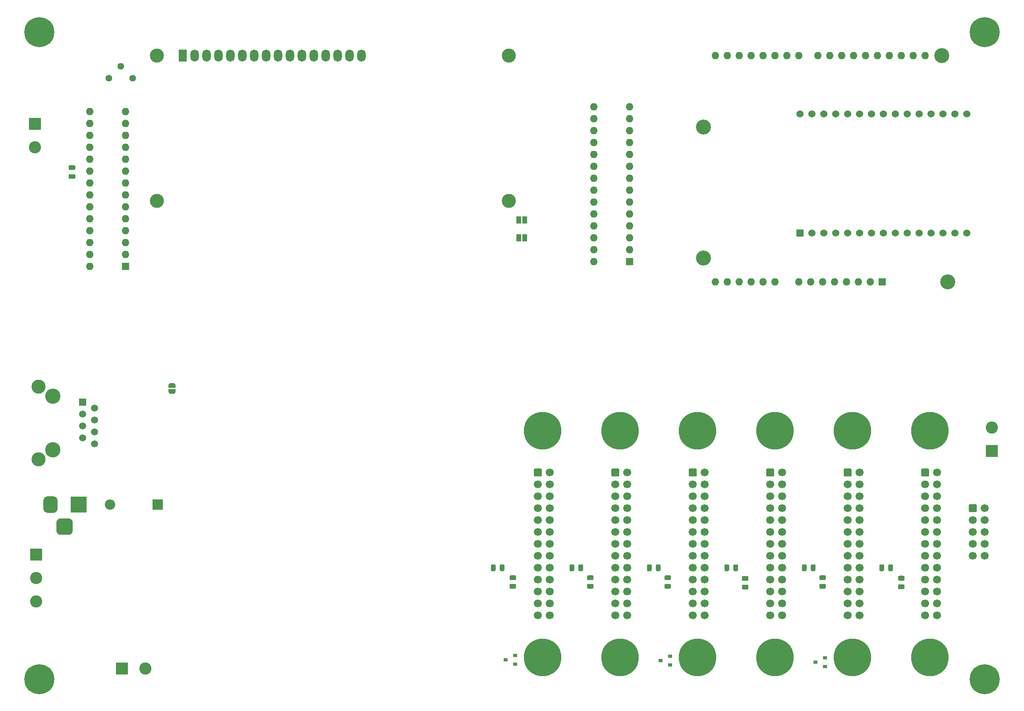
<source format=gbr>
%TF.GenerationSoftware,KiCad,Pcbnew,(5.1.8)-1*%
%TF.CreationDate,2020-12-03T12:26:08+04:00*%
%TF.ProjectId,111,3131312e-6b69-4636-9164-5f7063625858,ver 1.0*%
%TF.SameCoordinates,Original*%
%TF.FileFunction,Soldermask,Bot*%
%TF.FilePolarity,Negative*%
%FSLAX46Y46*%
G04 Gerber Fmt 4.6, Leading zero omitted, Abs format (unit mm)*
G04 Created by KiCad (PCBNEW (5.1.8)-1) date 2020-12-03 12:26:08*
%MOMM*%
%LPD*%
G01*
G04 APERTURE LIST*
%ADD10R,1.000000X1.500000*%
%ADD11C,2.600000*%
%ADD12R,2.600000X2.600000*%
%ADD13C,3.200000*%
%ADD14O,1.600000X1.600000*%
%ADD15R,1.600000X1.600000*%
%ADD16C,1.700000*%
%ADD17C,1.524000*%
%ADD18R,1.524000X1.524000*%
%ADD19C,1.440000*%
%ADD20C,0.100000*%
%ADD21C,3.000000*%
%ADD22O,1.800000X2.600000*%
%ADD23R,1.800000X2.600000*%
%ADD24R,0.900000X0.800000*%
%ADD25R,2.200000X2.200000*%
%ADD26O,2.200000X2.200000*%
%ADD27C,6.400000*%
%ADD28R,3.500000X3.500000*%
%ADD29C,3.250000*%
%ADD30C,1.500000*%
%ADD31R,1.500000X1.500000*%
%ADD32C,8.000000*%
G04 APERTURE END LIST*
D10*
%TO.C,JP3*%
X139954000Y-56896000D03*
X138654000Y-56896000D03*
%TD*%
%TO.C,JP2*%
X139984000Y-53086000D03*
X138684000Y-53086000D03*
%TD*%
%TO.C,C14*%
G36*
G01*
X200022000Y-126779000D02*
X200022000Y-127729000D01*
G75*
G02*
X199772000Y-127979000I-250000J0D01*
G01*
X199272000Y-127979000D01*
G75*
G02*
X199022000Y-127729000I0J250000D01*
G01*
X199022000Y-126779000D01*
G75*
G02*
X199272000Y-126529000I250000J0D01*
G01*
X199772000Y-126529000D01*
G75*
G02*
X200022000Y-126779000I0J-250000D01*
G01*
G37*
G36*
G01*
X201922000Y-126779000D02*
X201922000Y-127729000D01*
G75*
G02*
X201672000Y-127979000I-250000J0D01*
G01*
X201172000Y-127979000D01*
G75*
G02*
X200922000Y-127729000I0J250000D01*
G01*
X200922000Y-126779000D01*
G75*
G02*
X201172000Y-126529000I250000J0D01*
G01*
X201672000Y-126529000D01*
G75*
G02*
X201922000Y-126779000I0J-250000D01*
G01*
G37*
%TD*%
%TO.C,C12*%
G36*
G01*
X216532000Y-126779000D02*
X216532000Y-127729000D01*
G75*
G02*
X216282000Y-127979000I-250000J0D01*
G01*
X215782000Y-127979000D01*
G75*
G02*
X215532000Y-127729000I0J250000D01*
G01*
X215532000Y-126779000D01*
G75*
G02*
X215782000Y-126529000I250000J0D01*
G01*
X216282000Y-126529000D01*
G75*
G02*
X216532000Y-126779000I0J-250000D01*
G01*
G37*
G36*
G01*
X218432000Y-126779000D02*
X218432000Y-127729000D01*
G75*
G02*
X218182000Y-127979000I-250000J0D01*
G01*
X217682000Y-127979000D01*
G75*
G02*
X217432000Y-127729000I0J250000D01*
G01*
X217432000Y-126779000D01*
G75*
G02*
X217682000Y-126529000I250000J0D01*
G01*
X218182000Y-126529000D01*
G75*
G02*
X218432000Y-126779000I0J-250000D01*
G01*
G37*
%TD*%
%TO.C,C10*%
G36*
G01*
X183512000Y-126779000D02*
X183512000Y-127729000D01*
G75*
G02*
X183262000Y-127979000I-250000J0D01*
G01*
X182762000Y-127979000D01*
G75*
G02*
X182512000Y-127729000I0J250000D01*
G01*
X182512000Y-126779000D01*
G75*
G02*
X182762000Y-126529000I250000J0D01*
G01*
X183262000Y-126529000D01*
G75*
G02*
X183512000Y-126779000I0J-250000D01*
G01*
G37*
G36*
G01*
X185412000Y-126779000D02*
X185412000Y-127729000D01*
G75*
G02*
X185162000Y-127979000I-250000J0D01*
G01*
X184662000Y-127979000D01*
G75*
G02*
X184412000Y-127729000I0J250000D01*
G01*
X184412000Y-126779000D01*
G75*
G02*
X184662000Y-126529000I250000J0D01*
G01*
X185162000Y-126529000D01*
G75*
G02*
X185412000Y-126779000I0J-250000D01*
G01*
G37*
%TD*%
%TO.C,C8*%
G36*
G01*
X150492000Y-126779000D02*
X150492000Y-127729000D01*
G75*
G02*
X150242000Y-127979000I-250000J0D01*
G01*
X149742000Y-127979000D01*
G75*
G02*
X149492000Y-127729000I0J250000D01*
G01*
X149492000Y-126779000D01*
G75*
G02*
X149742000Y-126529000I250000J0D01*
G01*
X150242000Y-126529000D01*
G75*
G02*
X150492000Y-126779000I0J-250000D01*
G01*
G37*
G36*
G01*
X152392000Y-126779000D02*
X152392000Y-127729000D01*
G75*
G02*
X152142000Y-127979000I-250000J0D01*
G01*
X151642000Y-127979000D01*
G75*
G02*
X151392000Y-127729000I0J250000D01*
G01*
X151392000Y-126779000D01*
G75*
G02*
X151642000Y-126529000I250000J0D01*
G01*
X152142000Y-126529000D01*
G75*
G02*
X152392000Y-126779000I0J-250000D01*
G01*
G37*
%TD*%
%TO.C,C6*%
G36*
G01*
X167002000Y-126779000D02*
X167002000Y-127729000D01*
G75*
G02*
X166752000Y-127979000I-250000J0D01*
G01*
X166252000Y-127979000D01*
G75*
G02*
X166002000Y-127729000I0J250000D01*
G01*
X166002000Y-126779000D01*
G75*
G02*
X166252000Y-126529000I250000J0D01*
G01*
X166752000Y-126529000D01*
G75*
G02*
X167002000Y-126779000I0J-250000D01*
G01*
G37*
G36*
G01*
X168902000Y-126779000D02*
X168902000Y-127729000D01*
G75*
G02*
X168652000Y-127979000I-250000J0D01*
G01*
X168152000Y-127979000D01*
G75*
G02*
X167902000Y-127729000I0J250000D01*
G01*
X167902000Y-126779000D01*
G75*
G02*
X168152000Y-126529000I250000J0D01*
G01*
X168652000Y-126529000D01*
G75*
G02*
X168902000Y-126779000I0J-250000D01*
G01*
G37*
%TD*%
%TO.C,C4*%
G36*
G01*
X133728000Y-126779000D02*
X133728000Y-127729000D01*
G75*
G02*
X133478000Y-127979000I-250000J0D01*
G01*
X132978000Y-127979000D01*
G75*
G02*
X132728000Y-127729000I0J250000D01*
G01*
X132728000Y-126779000D01*
G75*
G02*
X132978000Y-126529000I250000J0D01*
G01*
X133478000Y-126529000D01*
G75*
G02*
X133728000Y-126779000I0J-250000D01*
G01*
G37*
G36*
G01*
X135628000Y-126779000D02*
X135628000Y-127729000D01*
G75*
G02*
X135378000Y-127979000I-250000J0D01*
G01*
X134878000Y-127979000D01*
G75*
G02*
X134628000Y-127729000I0J250000D01*
G01*
X134628000Y-126779000D01*
G75*
G02*
X134878000Y-126529000I250000J0D01*
G01*
X135378000Y-126529000D01*
G75*
G02*
X135628000Y-126779000I0J-250000D01*
G01*
G37*
%TD*%
%TO.C,C16*%
G36*
G01*
X42959000Y-43310000D02*
X43909000Y-43310000D01*
G75*
G02*
X44159000Y-43560000I0J-250000D01*
G01*
X44159000Y-44060000D01*
G75*
G02*
X43909000Y-44310000I-250000J0D01*
G01*
X42959000Y-44310000D01*
G75*
G02*
X42709000Y-44060000I0J250000D01*
G01*
X42709000Y-43560000D01*
G75*
G02*
X42959000Y-43310000I250000J0D01*
G01*
G37*
G36*
G01*
X42959000Y-41410000D02*
X43909000Y-41410000D01*
G75*
G02*
X44159000Y-41660000I0J-250000D01*
G01*
X44159000Y-42160000D01*
G75*
G02*
X43909000Y-42410000I-250000J0D01*
G01*
X42959000Y-42410000D01*
G75*
G02*
X42709000Y-42160000I0J250000D01*
G01*
X42709000Y-41660000D01*
G75*
G02*
X42959000Y-41410000I250000J0D01*
G01*
G37*
%TD*%
D11*
%TO.C,\u002AJ3*%
X35560000Y-37592000D03*
D12*
X35560000Y-32592000D03*
%TD*%
D13*
%TO.C,\u002AXA1*%
X178054000Y-61214000D03*
X178054000Y-33274000D03*
X228854000Y-18034000D03*
X230124000Y-66294000D03*
D14*
X183134000Y-18034000D03*
X180594000Y-18034000D03*
X220214000Y-18034000D03*
X180594000Y-66294000D03*
X217674000Y-18034000D03*
X183134000Y-66294000D03*
X215134000Y-18034000D03*
X185674000Y-66294000D03*
X212594000Y-18034000D03*
X188214000Y-66294000D03*
X210054000Y-18034000D03*
X190754000Y-66294000D03*
X207514000Y-18034000D03*
X193294000Y-66294000D03*
X204974000Y-18034000D03*
X198374000Y-66294000D03*
X202434000Y-18034000D03*
X200914000Y-66294000D03*
X198374000Y-18034000D03*
X203454000Y-66294000D03*
X195834000Y-18034000D03*
X205994000Y-66294000D03*
X193294000Y-18034000D03*
X208534000Y-66294000D03*
X190754000Y-18034000D03*
X211074000Y-66294000D03*
X188214000Y-18034000D03*
X213614000Y-66294000D03*
X185674000Y-18034000D03*
D15*
X216154000Y-66294000D03*
D14*
X222754000Y-18034000D03*
X225294000Y-18034000D03*
%TD*%
%TO.C,U3*%
X154686000Y-61976000D03*
X162306000Y-28956000D03*
X154686000Y-59436000D03*
X162306000Y-31496000D03*
X154686000Y-56896000D03*
X162306000Y-34036000D03*
X154686000Y-54356000D03*
X162306000Y-36576000D03*
X154686000Y-51816000D03*
X162306000Y-39116000D03*
X154686000Y-49276000D03*
X162306000Y-41656000D03*
X154686000Y-46736000D03*
X162306000Y-44196000D03*
X154686000Y-44196000D03*
X162306000Y-46736000D03*
X154686000Y-41656000D03*
X162306000Y-49276000D03*
X154686000Y-39116000D03*
X162306000Y-51816000D03*
X154686000Y-36576000D03*
X162306000Y-54356000D03*
X154686000Y-34036000D03*
X162306000Y-56896000D03*
X154686000Y-31496000D03*
X162306000Y-59436000D03*
X154686000Y-28956000D03*
D15*
X162306000Y-61976000D03*
%TD*%
%TO.C,J7*%
G36*
G01*
X234608000Y-115154000D02*
X234608000Y-113954000D01*
G75*
G02*
X234858000Y-113704000I250000J0D01*
G01*
X236058000Y-113704000D01*
G75*
G02*
X236308000Y-113954000I0J-250000D01*
G01*
X236308000Y-115154000D01*
G75*
G02*
X236058000Y-115404000I-250000J0D01*
G01*
X234858000Y-115404000D01*
G75*
G02*
X234608000Y-115154000I0J250000D01*
G01*
G37*
D16*
X235458000Y-117094000D03*
X235458000Y-119634000D03*
X235458000Y-122174000D03*
X235458000Y-124714000D03*
X237998000Y-114554000D03*
X237998000Y-117094000D03*
X237998000Y-119634000D03*
X237998000Y-122174000D03*
X237998000Y-124714000D03*
%TD*%
D14*
%TO.C,\u002AU3*%
X47244000Y-62992000D03*
X54864000Y-29972000D03*
X47244000Y-60452000D03*
X54864000Y-32512000D03*
X47244000Y-57912000D03*
X54864000Y-35052000D03*
X47244000Y-55372000D03*
X54864000Y-37592000D03*
X47244000Y-52832000D03*
X54864000Y-40132000D03*
X47244000Y-50292000D03*
X54864000Y-42672000D03*
X47244000Y-47752000D03*
X54864000Y-45212000D03*
X47244000Y-45212000D03*
X54864000Y-47752000D03*
X47244000Y-42672000D03*
X54864000Y-50292000D03*
X47244000Y-40132000D03*
X54864000Y-52832000D03*
X47244000Y-37592000D03*
X54864000Y-55372000D03*
X47244000Y-35052000D03*
X54864000Y-57912000D03*
X47244000Y-32512000D03*
X54864000Y-60452000D03*
X47244000Y-29972000D03*
D15*
X54864000Y-62992000D03*
%TD*%
D17*
%TO.C,U1*%
X198628000Y-30480000D03*
X201168000Y-30480000D03*
X203708000Y-30480000D03*
X206248000Y-30480000D03*
X208788000Y-30480000D03*
X211328000Y-30480000D03*
X213868000Y-30480000D03*
X216408000Y-30480000D03*
X218948000Y-30480000D03*
X221488000Y-30480000D03*
X224028000Y-30480000D03*
X226568000Y-30480000D03*
X229108000Y-30480000D03*
X231648000Y-30480000D03*
X234188000Y-30480000D03*
X234188000Y-55880000D03*
X231648000Y-55880000D03*
X229108000Y-55880000D03*
X226568000Y-55880000D03*
X224028000Y-55880000D03*
X221488000Y-55880000D03*
X218948000Y-55880000D03*
X216408000Y-55880000D03*
X213868000Y-55880000D03*
X211328000Y-55880000D03*
X208788000Y-55880000D03*
X206248000Y-55880000D03*
X203708000Y-55880000D03*
X201168000Y-55880000D03*
D18*
X198628000Y-55880000D03*
%TD*%
D19*
%TO.C,RV1*%
X51308000Y-22860000D03*
X53848000Y-20320000D03*
X56388000Y-22860000D03*
%TD*%
D20*
%TO.C,JP1*%
G36*
X65520000Y-89162000D02*
G01*
X65520000Y-89662000D01*
X65519398Y-89662000D01*
X65519398Y-89686534D01*
X65514588Y-89735365D01*
X65505016Y-89783490D01*
X65490772Y-89830445D01*
X65471995Y-89875778D01*
X65448864Y-89919051D01*
X65421604Y-89959850D01*
X65390476Y-89997779D01*
X65355779Y-90032476D01*
X65317850Y-90063604D01*
X65277051Y-90090864D01*
X65233778Y-90113995D01*
X65188445Y-90132772D01*
X65141490Y-90147016D01*
X65093365Y-90156588D01*
X65044534Y-90161398D01*
X65020000Y-90161398D01*
X65020000Y-90162000D01*
X64520000Y-90162000D01*
X64520000Y-90161398D01*
X64495466Y-90161398D01*
X64446635Y-90156588D01*
X64398510Y-90147016D01*
X64351555Y-90132772D01*
X64306222Y-90113995D01*
X64262949Y-90090864D01*
X64222150Y-90063604D01*
X64184221Y-90032476D01*
X64149524Y-89997779D01*
X64118396Y-89959850D01*
X64091136Y-89919051D01*
X64068005Y-89875778D01*
X64049228Y-89830445D01*
X64034984Y-89783490D01*
X64025412Y-89735365D01*
X64020602Y-89686534D01*
X64020602Y-89662000D01*
X64020000Y-89662000D01*
X64020000Y-89162000D01*
X65520000Y-89162000D01*
G37*
G36*
X64020602Y-88362000D02*
G01*
X64020602Y-88337466D01*
X64025412Y-88288635D01*
X64034984Y-88240510D01*
X64049228Y-88193555D01*
X64068005Y-88148222D01*
X64091136Y-88104949D01*
X64118396Y-88064150D01*
X64149524Y-88026221D01*
X64184221Y-87991524D01*
X64222150Y-87960396D01*
X64262949Y-87933136D01*
X64306222Y-87910005D01*
X64351555Y-87891228D01*
X64398510Y-87876984D01*
X64446635Y-87867412D01*
X64495466Y-87862602D01*
X64520000Y-87862602D01*
X64520000Y-87862000D01*
X65020000Y-87862000D01*
X65020000Y-87862602D01*
X65044534Y-87862602D01*
X65093365Y-87867412D01*
X65141490Y-87876984D01*
X65188445Y-87891228D01*
X65233778Y-87910005D01*
X65277051Y-87933136D01*
X65317850Y-87960396D01*
X65355779Y-87991524D01*
X65390476Y-88026221D01*
X65421604Y-88064150D01*
X65448864Y-88104949D01*
X65471995Y-88148222D01*
X65490772Y-88193555D01*
X65505016Y-88240510D01*
X65514588Y-88288635D01*
X65519398Y-88337466D01*
X65519398Y-88362000D01*
X65520000Y-88362000D01*
X65520000Y-88862000D01*
X64020000Y-88862000D01*
X64020000Y-88362000D01*
X64020602Y-88362000D01*
G37*
%TD*%
D21*
%TO.C,DS1*%
X136556000Y-18034000D03*
X136555480Y-49034700D03*
X61556900Y-49034700D03*
X61556900Y-18034000D03*
D22*
X105156000Y-18034000D03*
X102616000Y-18034000D03*
X100076000Y-18034000D03*
X97536000Y-18034000D03*
X94996000Y-18034000D03*
X92456000Y-18034000D03*
X89916000Y-18034000D03*
X87376000Y-18034000D03*
X84836000Y-18034000D03*
X82296000Y-18034000D03*
X79756000Y-18034000D03*
X77216000Y-18034000D03*
X74676000Y-18034000D03*
X72136000Y-18034000D03*
X69596000Y-18034000D03*
D23*
X67056000Y-18034000D03*
%TD*%
D24*
%TO.C,\u002AD5*%
X201962000Y-147386000D03*
X203962000Y-148336000D03*
X203962000Y-146436000D03*
%TD*%
D25*
%TO.C,D2*%
X61722000Y-113792000D03*
D26*
X51562000Y-113792000D03*
%TD*%
D24*
%TO.C,\u002AD6*%
X170910000Y-146116000D03*
X170910000Y-148016000D03*
X168910000Y-147066000D03*
%TD*%
%TO.C,\u002AD7*%
X137890000Y-145928000D03*
X137890000Y-147828000D03*
X135890000Y-146878000D03*
%TD*%
D27*
%TO.C,H1*%
X238000000Y-13000000D03*
%TD*%
%TO.C,H2*%
X36500000Y-13000000D03*
%TD*%
%TO.C,H3*%
X238000000Y-151000000D03*
%TD*%
%TO.C,H4*%
X36500000Y-151000000D03*
%TD*%
D11*
%TO.C,\u002AJ1*%
X239522000Y-97362000D03*
D12*
X239522000Y-102362000D03*
%TD*%
%TO.C,J1*%
X35814000Y-124460000D03*
D11*
X35814000Y-129460000D03*
X35814000Y-134460000D03*
%TD*%
D12*
%TO.C,\u002AJ2*%
X54102000Y-148793200D03*
D11*
X59102000Y-148793200D03*
%TD*%
D28*
%TO.C,J2*%
X44862000Y-113792000D03*
G36*
G01*
X37362000Y-114792000D02*
X37362000Y-112792000D01*
G75*
G02*
X38112000Y-112042000I750000J0D01*
G01*
X39612000Y-112042000D01*
G75*
G02*
X40362000Y-112792000I0J-750000D01*
G01*
X40362000Y-114792000D01*
G75*
G02*
X39612000Y-115542000I-750000J0D01*
G01*
X38112000Y-115542000D01*
G75*
G02*
X37362000Y-114792000I0J750000D01*
G01*
G37*
G36*
G01*
X40112000Y-119367000D02*
X40112000Y-117617000D01*
G75*
G02*
X40987000Y-116742000I875000J0D01*
G01*
X42737000Y-116742000D01*
G75*
G02*
X43612000Y-117617000I0J-875000D01*
G01*
X43612000Y-119367000D01*
G75*
G02*
X42737000Y-120242000I-875000J0D01*
G01*
X40987000Y-120242000D01*
G75*
G02*
X40112000Y-119367000I0J875000D01*
G01*
G37*
%TD*%
D29*
%TO.C,J3*%
X39370000Y-102108000D03*
D21*
X36320000Y-104163000D03*
D29*
X39370000Y-90678000D03*
D30*
X45720000Y-94488000D03*
X45720000Y-97028000D03*
X48260000Y-95758000D03*
X45720000Y-99568000D03*
D31*
X45720000Y-91948000D03*
D30*
X48260000Y-93218000D03*
D21*
X36320000Y-88623000D03*
D30*
X48260000Y-100838000D03*
X48260000Y-98298000D03*
%TD*%
D32*
%TO.C,J4*%
X226318000Y-146354000D03*
X226318000Y-97994000D03*
D16*
X227838000Y-137414000D03*
X227838000Y-134874000D03*
X227838000Y-132334000D03*
X227838000Y-129794000D03*
X227838000Y-127254000D03*
X227838000Y-124714000D03*
X227838000Y-122174000D03*
X227838000Y-119634000D03*
X227838000Y-117094000D03*
X227838000Y-114554000D03*
X227838000Y-112014000D03*
X227838000Y-109474000D03*
X227838000Y-106934000D03*
X225298000Y-137414000D03*
X225298000Y-134874000D03*
X225298000Y-132334000D03*
X225298000Y-129794000D03*
X225298000Y-127254000D03*
X225298000Y-124714000D03*
X225298000Y-122174000D03*
X225298000Y-119634000D03*
X225298000Y-117094000D03*
X225298000Y-114554000D03*
X225298000Y-112014000D03*
X225298000Y-109474000D03*
G36*
G01*
X224448000Y-107534000D02*
X224448000Y-106334000D01*
G75*
G02*
X224698000Y-106084000I250000J0D01*
G01*
X225898000Y-106084000D01*
G75*
G02*
X226148000Y-106334000I0J-250000D01*
G01*
X226148000Y-107534000D01*
G75*
G02*
X225898000Y-107784000I-250000J0D01*
G01*
X224698000Y-107784000D01*
G75*
G02*
X224448000Y-107534000I0J250000D01*
G01*
G37*
%TD*%
%TO.C,J8*%
G36*
G01*
X207938000Y-107534000D02*
X207938000Y-106334000D01*
G75*
G02*
X208188000Y-106084000I250000J0D01*
G01*
X209388000Y-106084000D01*
G75*
G02*
X209638000Y-106334000I0J-250000D01*
G01*
X209638000Y-107534000D01*
G75*
G02*
X209388000Y-107784000I-250000J0D01*
G01*
X208188000Y-107784000D01*
G75*
G02*
X207938000Y-107534000I0J250000D01*
G01*
G37*
X208788000Y-109474000D03*
X208788000Y-112014000D03*
X208788000Y-114554000D03*
X208788000Y-117094000D03*
X208788000Y-119634000D03*
X208788000Y-122174000D03*
X208788000Y-124714000D03*
X208788000Y-127254000D03*
X208788000Y-129794000D03*
X208788000Y-132334000D03*
X208788000Y-134874000D03*
X208788000Y-137414000D03*
X211328000Y-106934000D03*
X211328000Y-109474000D03*
X211328000Y-112014000D03*
X211328000Y-114554000D03*
X211328000Y-117094000D03*
X211328000Y-119634000D03*
X211328000Y-122174000D03*
X211328000Y-124714000D03*
X211328000Y-127254000D03*
X211328000Y-129794000D03*
X211328000Y-132334000D03*
X211328000Y-134874000D03*
X211328000Y-137414000D03*
D32*
X209808000Y-97994000D03*
X209808000Y-146354000D03*
%TD*%
%TO.C,J5*%
X193298000Y-146354000D03*
X193298000Y-97994000D03*
D16*
X194818000Y-137414000D03*
X194818000Y-134874000D03*
X194818000Y-132334000D03*
X194818000Y-129794000D03*
X194818000Y-127254000D03*
X194818000Y-124714000D03*
X194818000Y-122174000D03*
X194818000Y-119634000D03*
X194818000Y-117094000D03*
X194818000Y-114554000D03*
X194818000Y-112014000D03*
X194818000Y-109474000D03*
X194818000Y-106934000D03*
X192278000Y-137414000D03*
X192278000Y-134874000D03*
X192278000Y-132334000D03*
X192278000Y-129794000D03*
X192278000Y-127254000D03*
X192278000Y-124714000D03*
X192278000Y-122174000D03*
X192278000Y-119634000D03*
X192278000Y-117094000D03*
X192278000Y-114554000D03*
X192278000Y-112014000D03*
X192278000Y-109474000D03*
G36*
G01*
X191428000Y-107534000D02*
X191428000Y-106334000D01*
G75*
G02*
X191678000Y-106084000I250000J0D01*
G01*
X192878000Y-106084000D01*
G75*
G02*
X193128000Y-106334000I0J-250000D01*
G01*
X193128000Y-107534000D01*
G75*
G02*
X192878000Y-107784000I-250000J0D01*
G01*
X191678000Y-107784000D01*
G75*
G02*
X191428000Y-107534000I0J250000D01*
G01*
G37*
%TD*%
D32*
%TO.C,J9*%
X176788000Y-146354000D03*
X176788000Y-97994000D03*
D16*
X178308000Y-137414000D03*
X178308000Y-134874000D03*
X178308000Y-132334000D03*
X178308000Y-129794000D03*
X178308000Y-127254000D03*
X178308000Y-124714000D03*
X178308000Y-122174000D03*
X178308000Y-119634000D03*
X178308000Y-117094000D03*
X178308000Y-114554000D03*
X178308000Y-112014000D03*
X178308000Y-109474000D03*
X178308000Y-106934000D03*
X175768000Y-137414000D03*
X175768000Y-134874000D03*
X175768000Y-132334000D03*
X175768000Y-129794000D03*
X175768000Y-127254000D03*
X175768000Y-124714000D03*
X175768000Y-122174000D03*
X175768000Y-119634000D03*
X175768000Y-117094000D03*
X175768000Y-114554000D03*
X175768000Y-112014000D03*
X175768000Y-109474000D03*
G36*
G01*
X174918000Y-107534000D02*
X174918000Y-106334000D01*
G75*
G02*
X175168000Y-106084000I250000J0D01*
G01*
X176368000Y-106084000D01*
G75*
G02*
X176618000Y-106334000I0J-250000D01*
G01*
X176618000Y-107534000D01*
G75*
G02*
X176368000Y-107784000I-250000J0D01*
G01*
X175168000Y-107784000D01*
G75*
G02*
X174918000Y-107534000I0J250000D01*
G01*
G37*
%TD*%
%TO.C,J6*%
G36*
G01*
X158408000Y-107534000D02*
X158408000Y-106334000D01*
G75*
G02*
X158658000Y-106084000I250000J0D01*
G01*
X159858000Y-106084000D01*
G75*
G02*
X160108000Y-106334000I0J-250000D01*
G01*
X160108000Y-107534000D01*
G75*
G02*
X159858000Y-107784000I-250000J0D01*
G01*
X158658000Y-107784000D01*
G75*
G02*
X158408000Y-107534000I0J250000D01*
G01*
G37*
X159258000Y-109474000D03*
X159258000Y-112014000D03*
X159258000Y-114554000D03*
X159258000Y-117094000D03*
X159258000Y-119634000D03*
X159258000Y-122174000D03*
X159258000Y-124714000D03*
X159258000Y-127254000D03*
X159258000Y-129794000D03*
X159258000Y-132334000D03*
X159258000Y-134874000D03*
X159258000Y-137414000D03*
X161798000Y-106934000D03*
X161798000Y-109474000D03*
X161798000Y-112014000D03*
X161798000Y-114554000D03*
X161798000Y-117094000D03*
X161798000Y-119634000D03*
X161798000Y-122174000D03*
X161798000Y-124714000D03*
X161798000Y-127254000D03*
X161798000Y-129794000D03*
X161798000Y-132334000D03*
X161798000Y-134874000D03*
X161798000Y-137414000D03*
D32*
X160278000Y-97994000D03*
X160278000Y-146354000D03*
%TD*%
%TO.C,J10*%
G36*
G01*
X141898000Y-107534000D02*
X141898000Y-106334000D01*
G75*
G02*
X142148000Y-106084000I250000J0D01*
G01*
X143348000Y-106084000D01*
G75*
G02*
X143598000Y-106334000I0J-250000D01*
G01*
X143598000Y-107534000D01*
G75*
G02*
X143348000Y-107784000I-250000J0D01*
G01*
X142148000Y-107784000D01*
G75*
G02*
X141898000Y-107534000I0J250000D01*
G01*
G37*
D16*
X142748000Y-109474000D03*
X142748000Y-112014000D03*
X142748000Y-114554000D03*
X142748000Y-117094000D03*
X142748000Y-119634000D03*
X142748000Y-122174000D03*
X142748000Y-124714000D03*
X142748000Y-127254000D03*
X142748000Y-129794000D03*
X142748000Y-132334000D03*
X142748000Y-134874000D03*
X142748000Y-137414000D03*
X145288000Y-106934000D03*
X145288000Y-109474000D03*
X145288000Y-112014000D03*
X145288000Y-114554000D03*
X145288000Y-117094000D03*
X145288000Y-119634000D03*
X145288000Y-122174000D03*
X145288000Y-124714000D03*
X145288000Y-127254000D03*
X145288000Y-129794000D03*
X145288000Y-132334000D03*
X145288000Y-134874000D03*
X145288000Y-137414000D03*
D32*
X143768000Y-97994000D03*
X143768000Y-146354000D03*
%TD*%
%TO.C,\u002AR5*%
G36*
G01*
X220668002Y-131830500D02*
X219767998Y-131830500D01*
G75*
G02*
X219518000Y-131580502I0J249998D01*
G01*
X219518000Y-131055498D01*
G75*
G02*
X219767998Y-130805500I249998J0D01*
G01*
X220668002Y-130805500D01*
G75*
G02*
X220918000Y-131055498I0J-249998D01*
G01*
X220918000Y-131580502D01*
G75*
G02*
X220668002Y-131830500I-249998J0D01*
G01*
G37*
G36*
G01*
X220668002Y-130005500D02*
X219767998Y-130005500D01*
G75*
G02*
X219518000Y-129755502I0J249998D01*
G01*
X219518000Y-129230498D01*
G75*
G02*
X219767998Y-128980500I249998J0D01*
G01*
X220668002Y-128980500D01*
G75*
G02*
X220918000Y-129230498I0J-249998D01*
G01*
X220918000Y-129755502D01*
G75*
G02*
X220668002Y-130005500I-249998J0D01*
G01*
G37*
%TD*%
%TO.C,\u002AR6*%
G36*
G01*
X203904002Y-129902000D02*
X203003998Y-129902000D01*
G75*
G02*
X202754000Y-129652002I0J249998D01*
G01*
X202754000Y-129126998D01*
G75*
G02*
X203003998Y-128877000I249998J0D01*
G01*
X203904002Y-128877000D01*
G75*
G02*
X204154000Y-129126998I0J-249998D01*
G01*
X204154000Y-129652002D01*
G75*
G02*
X203904002Y-129902000I-249998J0D01*
G01*
G37*
G36*
G01*
X203904002Y-131727000D02*
X203003998Y-131727000D01*
G75*
G02*
X202754000Y-131477002I0J249998D01*
G01*
X202754000Y-130951998D01*
G75*
G02*
X203003998Y-130702000I249998J0D01*
G01*
X203904002Y-130702000D01*
G75*
G02*
X204154000Y-130951998I0J-249998D01*
G01*
X204154000Y-131477002D01*
G75*
G02*
X203904002Y-131727000I-249998J0D01*
G01*
G37*
%TD*%
%TO.C,\u002AR7*%
G36*
G01*
X187394002Y-131877500D02*
X186493998Y-131877500D01*
G75*
G02*
X186244000Y-131627502I0J249998D01*
G01*
X186244000Y-131102498D01*
G75*
G02*
X186493998Y-130852500I249998J0D01*
G01*
X187394002Y-130852500D01*
G75*
G02*
X187644000Y-131102498I0J-249998D01*
G01*
X187644000Y-131627502D01*
G75*
G02*
X187394002Y-131877500I-249998J0D01*
G01*
G37*
G36*
G01*
X187394002Y-130052500D02*
X186493998Y-130052500D01*
G75*
G02*
X186244000Y-129802502I0J249998D01*
G01*
X186244000Y-129277498D01*
G75*
G02*
X186493998Y-129027500I249998J0D01*
G01*
X187394002Y-129027500D01*
G75*
G02*
X187644000Y-129277498I0J-249998D01*
G01*
X187644000Y-129802502D01*
G75*
G02*
X187394002Y-130052500I-249998J0D01*
G01*
G37*
%TD*%
%TO.C,\u002AR8*%
G36*
G01*
X170884002Y-129902000D02*
X169983998Y-129902000D01*
G75*
G02*
X169734000Y-129652002I0J249998D01*
G01*
X169734000Y-129126998D01*
G75*
G02*
X169983998Y-128877000I249998J0D01*
G01*
X170884002Y-128877000D01*
G75*
G02*
X171134000Y-129126998I0J-249998D01*
G01*
X171134000Y-129652002D01*
G75*
G02*
X170884002Y-129902000I-249998J0D01*
G01*
G37*
G36*
G01*
X170884002Y-131727000D02*
X169983998Y-131727000D01*
G75*
G02*
X169734000Y-131477002I0J249998D01*
G01*
X169734000Y-130951998D01*
G75*
G02*
X169983998Y-130702000I249998J0D01*
G01*
X170884002Y-130702000D01*
G75*
G02*
X171134000Y-130951998I0J-249998D01*
G01*
X171134000Y-131477002D01*
G75*
G02*
X170884002Y-131727000I-249998J0D01*
G01*
G37*
%TD*%
%TO.C,\u002AR9*%
G36*
G01*
X154374002Y-131727000D02*
X153473998Y-131727000D01*
G75*
G02*
X153224000Y-131477002I0J249998D01*
G01*
X153224000Y-130951998D01*
G75*
G02*
X153473998Y-130702000I249998J0D01*
G01*
X154374002Y-130702000D01*
G75*
G02*
X154624000Y-130951998I0J-249998D01*
G01*
X154624000Y-131477002D01*
G75*
G02*
X154374002Y-131727000I-249998J0D01*
G01*
G37*
G36*
G01*
X154374002Y-129902000D02*
X153473998Y-129902000D01*
G75*
G02*
X153224000Y-129652002I0J249998D01*
G01*
X153224000Y-129126998D01*
G75*
G02*
X153473998Y-128877000I249998J0D01*
G01*
X154374002Y-128877000D01*
G75*
G02*
X154624000Y-129126998I0J-249998D01*
G01*
X154624000Y-129652002D01*
G75*
G02*
X154374002Y-129902000I-249998J0D01*
G01*
G37*
%TD*%
%TO.C,\u002AR10*%
G36*
G01*
X137864002Y-129902000D02*
X136963998Y-129902000D01*
G75*
G02*
X136714000Y-129652002I0J249998D01*
G01*
X136714000Y-129126998D01*
G75*
G02*
X136963998Y-128877000I249998J0D01*
G01*
X137864002Y-128877000D01*
G75*
G02*
X138114000Y-129126998I0J-249998D01*
G01*
X138114000Y-129652002D01*
G75*
G02*
X137864002Y-129902000I-249998J0D01*
G01*
G37*
G36*
G01*
X137864002Y-131727000D02*
X136963998Y-131727000D01*
G75*
G02*
X136714000Y-131477002I0J249998D01*
G01*
X136714000Y-130951998D01*
G75*
G02*
X136963998Y-130702000I249998J0D01*
G01*
X137864002Y-130702000D01*
G75*
G02*
X138114000Y-130951998I0J-249998D01*
G01*
X138114000Y-131477002D01*
G75*
G02*
X137864002Y-131727000I-249998J0D01*
G01*
G37*
%TD*%
M02*

</source>
